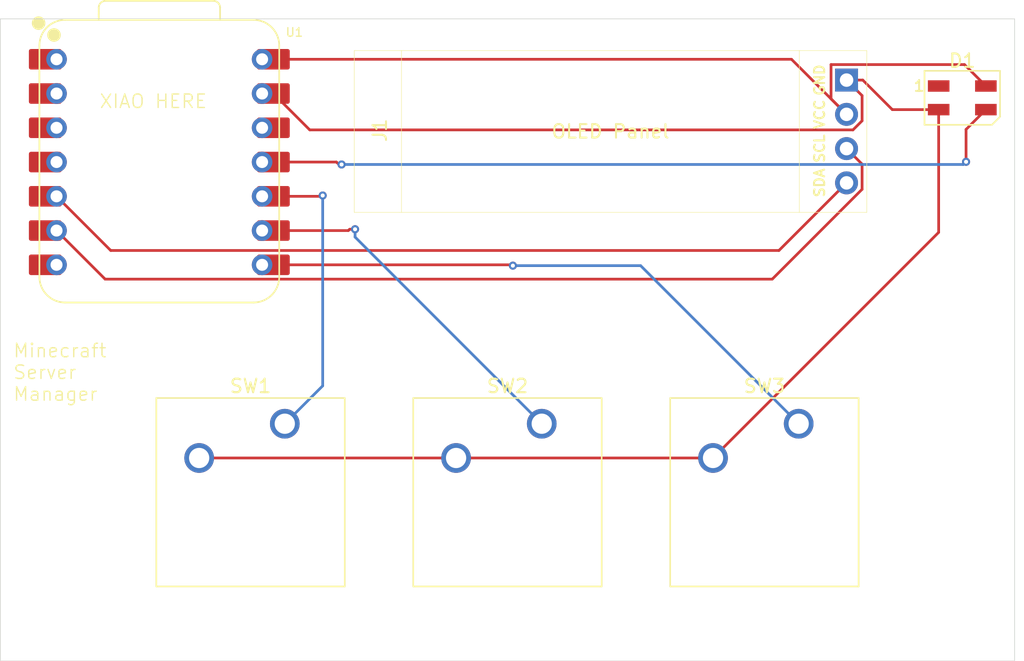
<source format=kicad_pcb>
(kicad_pcb (version 20241229) (generator "pcbnew") (generator_version "9.0")
  (layers (0 "F.Cu" signal) (2 "B.Cu" signal) (13 "F.Paste" user) (15 "B.Paste" user) (5 "F.SilkS" user "F.Silkscreen") (7 "B.SilkS" user "B.Silkscreen") (1 "F.Mask" user) (3 "B.Mask" user) (25 "Edge.Cuts" user))
  (net 0 "")
  (net 2 "GND")
  (net 3 "Net-(D1-DIN)")
  (net 4 "+5V")
  (net 5 "Net-(U1-GPIO4{slash}MISO)")
  (net 6 "Net-(U1-GPIO2{slash}SCK)")
  (net 7 "Net-(U1-GPIO1{slash}RX)")
  (net 11 "Net-(J1-Pin_4)")
  (net 12 "Net-(J1-Pin_3)")
  (footprint "KiCad-SSD1306-0.91-OLED-4pin-128x32.pretty-master:SSD1306-0.91-OLED-4pin-128x32" (layer "F.Cu") (at 66.84 65.5525)
    (property "Reference" "J1" (at 1.9 5.91 90) (layer "F.SilkS"))
    (property "Value" "Conn_01x04_Pin")
    (fp_line (start 0 0) (end 0 12) (stroke (width 0.04)) (layer "F.SilkS"))
    (fp_line (start 0 12) (end 38 12) (stroke (width 0.04)) (layer "F.SilkS"))
    (fp_line (start 3.5 0) (end 3.5 12) (stroke (width 0.04)) (layer "F.SilkS"))
    (fp_line (start 33 0) (end 33 12) (stroke (width 0.04)) (layer "F.SilkS"))
    (fp_line (start 38 0) (end 0 0) (stroke (width 0.04)) (layer "F.SilkS"))
    (fp_line (start 38 12) (end 38 0) (stroke (width 0.04)) (layer "F.SilkS"))
    (fp_text user "SCL" (at 34.5 7.27 270) (layer "F.SilkS") (effects (font (size 0.75 0.75))))
    (fp_text user "SDA" (at 34.5 9.81 270) (layer "F.SilkS") (effects (font (size 0.75 0.75))))
    (fp_text user "GND" (at 34.5 2.19 270) (layer "F.SilkS") (effects (font (size 0.75 0.75))))
    (fp_text user "VCC" (at 34.5 4.73 270) (layer "F.SilkS") (effects (font (size 0.75 0.75))))
    (fp_text user "OLED Panel" (at 19 6 0) (layer "F.SilkS"))
    (pad "1" thru_hole rect (at 36.5 2.19) (size 1.7 1.7) (drill 1) (layers "*.Cu" "*.Mask") (net 2 "GND"))
    (pad "2" thru_hole oval (at 36.5 4.73) (size 1.7 1.7) (drill 1) (layers "*.Cu" "*.Mask") (net 4 "+5V"))
    (pad "3" thru_hole oval (at 36.5 7.27) (size 1.7 1.7) (drill 1) (layers "*.Cu" "*.Mask") (net 12 "Net-(J1-Pin_3)"))
    (pad "4" thru_hole oval (at 36.5 9.81) (size 1.7 1.7) (drill 1) (layers "*.Cu" "*.Mask") (net 11 "Net-(J1-Pin_4)"))
  )
  (footprint "Button_Switch_Keyboard:SW_Cherry_MX_1.00u_PCB" (layer "F.Cu") (at 61.69 93.22)
    (property "Reference" "SW1" (at -2.54 -2.794 0) (layer "F.SilkS"))
    (property "Value" "SW_Push")
    (fp_line (start -9.525 -1.905) (end 4.445 -1.905) (stroke (width 0.12)) (layer "F.SilkS"))
    (fp_line (start -9.525 12.065) (end -9.525 -1.905) (stroke (width 0.12)) (layer "F.SilkS"))
    (fp_line (start 4.445 -1.905) (end 4.445 12.065) (stroke (width 0.12)) (layer "F.SilkS"))
    (fp_line (start 4.445 12.065) (end -9.525 12.065) (stroke (width 0.12)) (layer "F.SilkS"))
    (pad "" np_thru_hole circle (at -7.62 5.08) (size 1.7 1.7) (drill 1.7) (layers "*.Cu" "*.Mask"))
    (pad "" np_thru_hole circle (at -2.54 5.08) (size 4 4) (drill 4) (layers "*.Cu" "*.Mask"))
    (pad "" np_thru_hole circle (at 2.54 5.08) (size 1.7 1.7) (drill 1.7) (layers "*.Cu" "*.Mask"))
    (pad "1" thru_hole circle (at 0 0) (size 2.2 2.2) (drill 1.5) (layers "*.Cu" "*.Mask") (net 5 "Net-(U1-GPIO4{slash}MISO)"))
    (pad "2" thru_hole circle (at -6.35 2.54) (size 2.2 2.2) (drill 1.5) (layers "*.Cu" "*.Mask") (net 2 "GND"))
  )
  (footprint "Seeed Studio XIAO Series Library:XIAO-RP2040-DIP" (layer "F.Cu") (at 52.3875 73.81875)
    (property "Reference" "U1" (at 10.0125 -9.61875 0) (layer "F.SilkS") (effects (font (size 0.635 0.635) (thickness 0.1016))))
    (property "Value" "XIAO-RP2040-DIP")
    (fp_line (start -8.89 8.509) (end -8.89 -8.636) (stroke (width 0.127)) (layer "F.SilkS"))
    (fp_line (start -6.985 10.414) (end 6.985 10.414) (stroke (width 0.127)) (layer "F.SilkS"))
    (fp_line (start -4.495 -10.541) (end -4.491272 -11.451272) (stroke (width 0.127)) (layer "F.SilkS"))
    (fp_line (start -3.991272 -11.951) (end 4.004 -11.951) (stroke (width 0.127)) (layer "F.SilkS"))
    (fp_line (start 4.504 -11.451) (end 4.504 -10.541) (stroke (width 0.127)) (layer "F.SilkS"))
    (fp_line (start 6.985 -10.541) (end -6.985 -10.541) (stroke (width 0.1)) (layer "F.SilkS"))
    (fp_line (start 6.985 -10.541) (end -6.985 -10.541) (stroke (width 0.127)) (layer "F.SilkS"))
    (fp_line (start 8.89 8.509) (end 8.89 -8.636) (stroke (width 0.127)) (layer "F.SilkS"))
    (fp_arc (start -8.89 -8.636) (mid -8.332038 -9.983038) (end -6.985 -10.541) (stroke (width 0.127)) (layer "F.SilkS"))
    (fp_arc (start -6.985 10.414) (mid -8.332038 9.856038) (end -8.89 8.509) (stroke (width 0.127)) (layer "F.SilkS"))
    (fp_arc (start -4.491272 -11.451272) (mid -4.344728 -11.80464) (end -3.991272 -11.951) (stroke (width 0.127)) (layer "F.SilkS"))
    (fp_arc (start 4.004 -11.951) (mid 4.357553 -11.804553) (end 4.504 -11.451) (stroke (width 0.127)) (layer "F.SilkS"))
    (fp_arc (start 6.985 -10.541) (mid 8.332038 -9.983038) (end 8.89 -8.636) (stroke (width 0.127)) (layer "F.SilkS"))
    (fp_arc (start 8.89 8.509) (mid 8.332038 9.856038) (end 6.985 10.414) (stroke (width 0.127)) (layer "F.SilkS"))
    (fp_circle (center -8.95 -10.3) (end -8.95 -10.554) (stroke (width 0.5)) (fill yes) (layer "F.SilkS"))
    (fp_circle (center -7.807 -9.42) (end -7.807 -9.674) (stroke (width 0.5)) (fill yes) (layer "F.SilkS"))
    (pad "1" smd roundrect (at -8.455 -7.62 180) (size 2.432 1.524) (layers "F.Cu" "F.Mask") (roundrect_rratio 0.1))
    (pad "1" thru_hole circle (at -7.62 -7.62 180) (size 1.524 1.524) (drill 0.889) (layers "*.Cu" "*.Mask"))
    (pad "2" smd roundrect (at -8.455 -5.08 180) (size 2.432 1.524) (layers "F.Cu" "F.Mask") (roundrect_rratio 0.1))
    (pad "2" thru_hole circle (at -7.62 -5.08 180) (size 1.524 1.524) (drill 0.889) (layers "*.Cu" "*.Mask"))
    (pad "3" smd roundrect (at -8.455 -2.54 180) (size 2.432 1.524) (layers "F.Cu" "F.Mask") (roundrect_rratio 0.1))
    (pad "3" thru_hole circle (at -7.62 -2.54 180) (size 1.524 1.524) (drill 0.889) (layers "*.Cu" "*.Mask"))
    (pad "4" smd roundrect (at -8.455 0 180) (size 2.432 1.524) (layers "F.Cu" "F.Mask") (roundrect_rratio 0.1))
    (pad "4" thru_hole circle (at -7.62 0 180) (size 1.524 1.524) (drill 0.889) (layers "*.Cu" "*.Mask"))
    (pad "5" smd roundrect (at -8.455 2.54 180) (size 2.432 1.524) (layers "F.Cu" "F.Mask") (roundrect_rratio 0.1) (net 11 "Net-(J1-Pin_4)"))
    (pad "5" thru_hole circle (at -7.62 2.54 180) (size 1.524 1.524) (drill 0.889) (layers "*.Cu" "*.Mask") (net 11 "Net-(J1-Pin_4)"))
    (pad "6" smd roundrect (at -8.455 5.08 180) (size 2.432 1.524) (layers "F.Cu" "F.Mask") (roundrect_rratio 0.1) (net 12 "Net-(J1-Pin_3)"))
    (pad "6" thru_hole circle (at -7.62 5.08 180) (size 1.524 1.524) (drill 0.889) (layers "*.Cu" "*.Mask") (net 12 "Net-(J1-Pin_3)"))
    (pad "7" smd roundrect (at -8.455 7.62 180) (size 2.432 1.524) (layers "F.Cu" "F.Mask") (roundrect_rratio 0.1))
    (pad "7" thru_hole circle (at -7.62 7.62 180) (size 1.524 1.524) (drill 0.889) (layers "*.Cu" "*.Mask"))
    (pad "8" thru_hole circle (at 7.62 7.62) (size 1.524 1.524) (drill 0.889) (layers "*.Cu" "*.Mask") (net 7 "Net-(U1-GPIO1{slash}RX)"))
    (pad "8" smd roundrect (at 8.455 7.62) (size 2.432 1.524) (layers "F.Cu" "F.Mask") (roundrect_rratio 0.1) (net 7 "Net-(U1-GPIO1{slash}RX)"))
    (pad "9" thru_hole circle (at 7.62 5.08) (size 1.524 1.524) (drill 0.889) (layers "*.Cu" "*.Mask") (net 6 "Net-(U1-GPIO2{slash}SCK)"))
    (pad "9" smd roundrect (at 8.455 5.08) (size 2.432 1.524) (layers "F.Cu" "F.Mask") (roundrect_rratio 0.1) (net 6 "Net-(U1-GPIO2{slash}SCK)"))
    (pad "10" thru_hole circle (at 7.62 2.54) (size 1.524 1.524) (drill 0.889) (layers "*.Cu" "*.Mask") (net 5 "Net-(U1-GPIO4{slash}MISO)"))
    (pad "10" smd roundrect (at 8.455 2.54) (size 2.432 1.524) (layers "F.Cu" "F.Mask") (roundrect_rratio 0.1) (net 5 "Net-(U1-GPIO4{slash}MISO)"))
    (pad "11" thru_hole circle (at 7.62 0) (size 1.524 1.524) (drill 0.889) (layers "*.Cu" "*.Mask") (net 3 "Net-(D1-DIN)"))
    (pad "11" smd roundrect (at 8.455 0) (size 2.432 1.524) (layers "F.Cu" "F.Mask") (roundrect_rratio 0.1) (net 3 "Net-(D1-DIN)"))
    (pad "12" thru_hole circle (at 7.62 -2.54) (size 1.524 1.524) (drill 0.889) (layers "*.Cu" "*.Mask"))
    (pad "12" smd roundrect (at 8.455 -2.54) (size 2.432 1.524) (layers "F.Cu" "F.Mask") (roundrect_rratio 0.1))
    (pad "13" thru_hole circle (at 7.62 -5.08) (size 1.524 1.524) (drill 0.889) (layers "*.Cu" "*.Mask") (net 2 "GND"))
    (pad "13" smd roundrect (at 8.455 -5.08) (size 2.432 1.524) (layers "F.Cu" "F.Mask") (roundrect_rratio 0.1) (net 2 "GND"))
    (pad "14" thru_hole circle (at 7.62 -7.62) (size 1.524 1.524) (drill 0.889) (layers "*.Cu" "*.Mask") (net 4 "+5V"))
    (pad "14" smd roundrect (at 8.455 -7.62) (size 2.432 1.524) (layers "F.Cu" "F.Mask") (roundrect_rratio 0.1) (net 4 "+5V"))
  )
  (footprint "Button_Switch_Keyboard:SW_Cherry_MX_1.00u_PCB" (layer "F.Cu") (at 80.74 93.22)
    (property "Reference" "SW2" (at -2.54 -2.794 0) (layer "F.SilkS"))
    (property "Value" "SW_Push")
    (fp_line (start -9.525 -1.905) (end 4.445 -1.905) (stroke (width 0.12)) (layer "F.SilkS"))
    (fp_line (start -9.525 12.065) (end -9.525 -1.905) (stroke (width 0.12)) (layer "F.SilkS"))
    (fp_line (start 4.445 -1.905) (end 4.445 12.065) (stroke (width 0.12)) (layer "F.SilkS"))
    (fp_line (start 4.445 12.065) (end -9.525 12.065) (stroke (width 0.12)) (layer "F.SilkS"))
    (pad "" np_thru_hole circle (at -7.62 5.08) (size 1.7 1.7) (drill 1.7) (layers "*.Cu" "*.Mask"))
    (pad "" np_thru_hole circle (at -2.54 5.08) (size 4 4) (drill 4) (layers "*.Cu" "*.Mask"))
    (pad "" np_thru_hole circle (at 2.54 5.08) (size 1.7 1.7) (drill 1.7) (layers "*.Cu" "*.Mask"))
    (pad "1" thru_hole circle (at 0 0) (size 2.2 2.2) (drill 1.5) (layers "*.Cu" "*.Mask") (net 6 "Net-(U1-GPIO2{slash}SCK)"))
    (pad "2" thru_hole circle (at -6.35 2.54) (size 2.2 2.2) (drill 1.5) (layers "*.Cu" "*.Mask") (net 2 "GND"))
  )
  (footprint "LED_SMD:LED_SK6812MINI_PLCC4_3.5x3.5mm_P1.75mm" (layer "F.Cu") (at 111.91875 69.05625)
    (property "Reference" "D1" (at 0 -2.75 0) (layer "F.SilkS"))
    (property "Value" "SK6812MINI")
    (fp_line (start -2.8 -2) (end -2.8 2) (stroke (width 0.12)) (layer "F.SilkS"))
    (fp_line (start -2.8 -2) (end 2.8 -2) (stroke (width 0.12)) (layer "F.SilkS"))
    (fp_line (start -2.8 2) (end 2.2 2) (stroke (width 0.12)) (layer "F.SilkS"))
    (fp_line (start 2.8 1.4) (end 2.2 2) (stroke (width 0.12)) (layer "F.SilkS"))
    (fp_line (start 2.8 1.4) (end 2.8 -2) (stroke (width 0.12)) (layer "F.SilkS"))
    (fp_text user "1" (at -3.2 -0.875 0) (layer "F.SilkS") (effects (font (size 0.8 0.8))))
    (pad "1" smd rect (at -1.75 -0.875) (size 1.6 0.85) (layers "F.Cu" "F.Mask" "F.Paste"))
    (pad "2" smd rect (at -1.75 0.875) (size 1.6 0.85) (layers "F.Cu" "F.Mask" "F.Paste") (net 2 "GND"))
    (pad "3" smd rect (at 1.75 0.875) (size 1.6 0.85) (layers "F.Cu" "F.Mask" "F.Paste") (net 3 "Net-(D1-DIN)"))
    (pad "4" smd rect (at 1.75 -0.875) (size 1.6 0.85) (layers "F.Cu" "F.Mask" "F.Paste") (net 4 "+5V"))
  )
  (footprint "Button_Switch_Keyboard:SW_Cherry_MX_1.00u_PCB" (layer "F.Cu") (at 99.79 93.22)
    (property "Reference" "SW3" (at -2.54 -2.794 0) (layer "F.SilkS"))
    (property "Value" "SW_Push")
    (fp_line (start -9.525 -1.905) (end 4.445 -1.905) (stroke (width 0.12)) (layer "F.SilkS"))
    (fp_line (start -9.525 12.065) (end -9.525 -1.905) (stroke (width 0.12)) (layer "F.SilkS"))
    (fp_line (start 4.445 -1.905) (end 4.445 12.065) (stroke (width 0.12)) (layer "F.SilkS"))
    (fp_line (start 4.445 12.065) (end -9.525 12.065) (stroke (width 0.12)) (layer "F.SilkS"))
    (pad "" np_thru_hole circle (at -7.62 5.08) (size 1.7 1.7) (drill 1.7) (layers "*.Cu" "*.Mask"))
    (pad "" np_thru_hole circle (at -2.54 5.08) (size 4 4) (drill 4) (layers "*.Cu" "*.Mask"))
    (pad "" np_thru_hole circle (at 2.54 5.08) (size 1.7 1.7) (drill 1.7) (layers "*.Cu" "*.Mask"))
    (pad "1" thru_hole circle (at 0 0) (size 2.2 2.2) (drill 1.5) (layers "*.Cu" "*.Mask") (net 7 "Net-(U1-GPIO1{slash}RX)"))
    (pad "2" thru_hole circle (at -6.35 2.54) (size 2.2 2.2) (drill 1.5) (layers "*.Cu" "*.Mask") (net 2 "GND"))
  )
  (gr_rect (start 40.6 63.2) (end 115.8 110.8) (stroke (width 0.05)) (fill no) (layer "Edge.Cuts"))
  (gr_text "Minecraft\nServer\nManager" (at 41.5 91.6 0) (layer "F.SilkS") (effects (font (size 1 1) (thickness 0.1)) (justify left bottom)))
  (gr_text "XIAO HERE" (at 47.9 69.9 0) (layer "F.SilkS") (effects (font (size 1 1) (thickness 0.1)) (justify left bottom)))
  (segment (start 104.5425 67.7425) (end 103.34 67.7425) (width 0.2) (layer "F.Cu") (net 2))
  (segment (start 103.34 67.7425) (end 104.491 68.8935) (width 0.2) (layer "F.Cu") (net 2))
  (segment (start 106.73125 69.93125) (end 104.5425 67.7425) (width 0.2) (layer "F.Cu") (net 2))
  (segment (start 55.34 95.76) (end 74.39 95.76) (width 0.2) (layer "F.Cu") (net 2))
  (segment (start 63.53725 71.4335) (end 60.8425 68.73875) (width 0.2) (layer "F.Cu") (net 2))
  (segment (start 74.39 95.76) (end 93.44 95.76) (width 0.2) (layer "F.Cu") (net 2))
  (segment (start 104.491 70.75926) (end 103.81676 71.4335) (width 0.2) (layer "F.Cu") (net 2))
  (segment (start 93.44 95.76) (end 110.16875 79.03125) (width 0.2) (layer "F.Cu") (net 2))
  (segment (start 104.491 68.8935) (end 104.491 70.75926) (width 0.2) (layer "F.Cu") (net 2))
  (segment (start 103.81676 71.4335) (end 63.53725 71.4335) (width 0.2) (layer "F.Cu") (net 2))
  (segment (start 110.16875 79.03125) (end 110.16875 69.93125) (width 0.2) (layer "F.Cu") (net 2))
  (segment (start 110.16875 69.93125) (end 106.73125 69.93125) (width 0.2) (layer "F.Cu") (net 2))
  (segment (start 65.51875 73.81875) (end 60.8425 73.81875) (width 0.2) (layer "F.Cu") (net 3))
  (segment (start 65.9 74) (end 65.7 74) (width 0.2) (layer "F.Cu") (net 3))
  (segment (start 113.66875 69.93125) (end 112.2 71.4) (width 0.2) (layer "F.Cu") (net 3))
  (segment (start 112.2 71.4) (end 112.2 73.8) (width 0.2) (layer "F.Cu") (net 3))
  (segment (start 65.7 74) (end 65.51875 73.81875) (width 0.2) (layer "F.Cu") (net 3))
  (via (at 112.2 73.8) (size 0.6) (drill 0.3) (layers "F.Cu" "B.Cu") (net 3))
  (via (at 65.9 74) (size 0.6) (drill 0.3) (layers "F.Cu" "B.Cu") (net 3))
  (segment (start 112 74) (end 65.9 74) (width 0.2) (layer "B.Cu") (net 3))
  (segment (start 112.2 73.8) (end 112 74) (width 0.2) (layer "B.Cu") (net 3))
  (segment (start 103.34 70.2825) (end 99.25625 66.19875) (width 0.2) (layer "F.Cu") (net 4))
  (segment (start 112.079 66.5915) (end 102.189 66.5915) (width 0.2) (layer "F.Cu") (net 4))
  (segment (start 113.66875 68.18125) (end 112.079 66.5915) (width 0.2) (layer "F.Cu") (net 4))
  (segment (start 102.189 69.1315) (end 103.34 70.2825) (width 0.2) (layer "F.Cu") (net 4))
  (segment (start 102.189 66.5915) (end 102.189 69.1315) (width 0.2) (layer "F.Cu") (net 4))
  (segment (start 99.25625 66.19875) (end 60.8425 66.19875) (width 0.2) (layer "F.Cu") (net 4))
  (segment (start 64.44125 76.35875) (end 60.8425 76.35875) (width 0.2) (layer "F.Cu") (net 5))
  (segment (start 64.5 76.3) (end 64.44125 76.35875) (width 0.2) (layer "F.Cu") (net 5))
  (via (at 64.5 76.3) (size 0.6) (drill 0.3) (layers "F.Cu" "B.Cu") (net 5))
  (segment (start 64.5 76.3) (end 64.5 90.41) (width 0.2) (layer "B.Cu") (net 5))
  (segment (start 64.6 76.4) (end 64.5 76.3) (width 0.2) (layer "B.Cu") (net 5))
  (segment (start 64.5 90.41) (end 61.69 93.22) (width 0.2) (layer "B.Cu") (net 5))
  (segment (start 66.9 78.8) (end 66.5 78.8) (width 0.2) (layer "F.Cu") (net 6))
  (segment (start 66.5 78.8) (end 66.40125 78.89875) (width 0.2) (layer "F.Cu") (net 6))
  (segment (start 66.40125 78.89875) (end 60.8425 78.89875) (width 0.2) (layer "F.Cu") (net 6))
  (segment (start 60.6225 78.91875) (end 61.375 78.91875) (width 0.2) (layer "F.Cu") (net 6))
  (via (at 66.9 78.8) (size 0.6) (drill 0.3) (layers "F.Cu" "B.Cu") (net 6))
  (segment (start 66.9 79.38) (end 66.9 78.8) (width 0.2) (layer "B.Cu") (net 6))
  (segment (start 80.74 93.22) (end 66.9 79.38) (width 0.2) (layer "B.Cu") (net 6))
  (segment (start 78.53875 81.43875) (end 60.8425 81.43875) (width 0.2) (layer "F.Cu") (net 7))
  (segment (start 78.6 81.5) (end 78.53875 81.43875) (width 0.2) (layer "F.Cu") (net 7))
  (via (at 78.6 81.5) (size 0.6) (drill 0.3) (layers "F.Cu" "B.Cu") (net 7))
  (segment (start 99.79 93.22) (end 88.07 81.5) (width 0.2) (layer "B.Cu") (net 7))
  (segment (start 88.07 81.5) (end 78.6 81.5) (width 0.2) (layer "B.Cu") (net 7))
  (segment (start 99.79 93.22) (end 99.79 93.37875) (width 0.2) (layer "B.Cu") (net 7))
  (segment (start 99.79 93.37875) (end 99.63125 93.5375) (width 0.2) (layer "B.Cu") (net 7))
  (segment (start 44.7675 76.35875) (end 48.7845 80.37575) (width 0.2) (layer "F.Cu") (net 11))
  (segment (start 98.32675 80.37575) (end 103.34 75.3625) (width 0.2) (layer "F.Cu") (net 11))
  (segment (start 48.7845 80.37575) (end 98.32675 80.37575) (width 0.2) (layer "F.Cu") (net 11))
  (segment (start 103.34 72.8225) (end 104.491 73.9735) (width 0.2) (layer "F.Cu") (net 12))
  (segment (start 97.82851 82.50175) (end 48.3705 82.50175) (width 0.2) (layer "F.Cu") (net 12))
  (segment (start 104.491 73.9735) (end 104.491 75.83926) (width 0.2) (layer "F.Cu") (net 12))
  (segment (start 104.491 75.83926) (end 97.82851 82.50175) (width 0.2) (layer "F.Cu") (net 12))
  (segment (start 48.3705 82.50175) (end 44.7675 78.89875) (width 0.2) (layer "F.Cu") (net 12))
)
</source>
